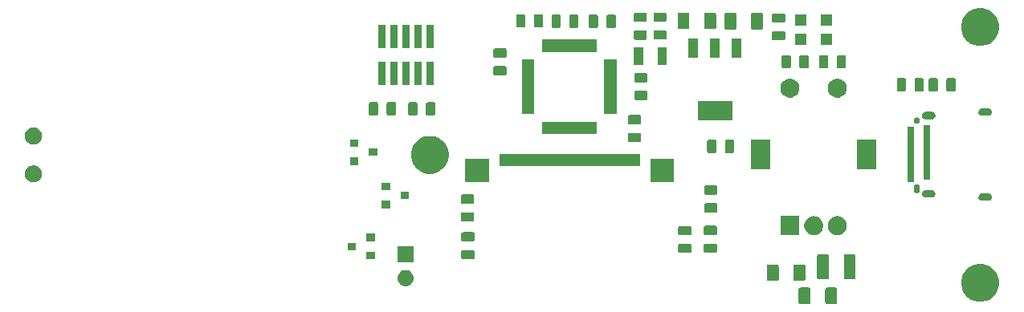
<source format=gbr>
G04 #@! TF.GenerationSoftware,KiCad,Pcbnew,5.0.2-bee76a0~70~ubuntu18.04.1*
G04 #@! TF.CreationDate,2019-06-24T09:04:58+02:00*
G04 #@! TF.ProjectId,RocketPCR,526f636b-6574-4504-9352-2e6b69636164,rev?*
G04 #@! TF.SameCoordinates,Original*
G04 #@! TF.FileFunction,Soldermask,Bot*
G04 #@! TF.FilePolarity,Negative*
%FSLAX46Y46*%
G04 Gerber Fmt 4.6, Leading zero omitted, Abs format (unit mm)*
G04 Created by KiCad (PCBNEW 5.0.2-bee76a0~70~ubuntu18.04.1) date Mo 24 Jun 2019 09:04:58 CEST*
%MOMM*%
%LPD*%
G01*
G04 APERTURE LIST*
%ADD10C,0.100000*%
G04 APERTURE END LIST*
D10*
G36*
X167783024Y-114002955D02*
X167815736Y-114012879D01*
X167845890Y-114028997D01*
X167872316Y-114050684D01*
X167894003Y-114077110D01*
X167910121Y-114107264D01*
X167920045Y-114139976D01*
X167924000Y-114180138D01*
X167924000Y-115567862D01*
X167920045Y-115608024D01*
X167910121Y-115640736D01*
X167894003Y-115670890D01*
X167872316Y-115697316D01*
X167845890Y-115719003D01*
X167815736Y-115735121D01*
X167783024Y-115745045D01*
X167742862Y-115749000D01*
X166855138Y-115749000D01*
X166814976Y-115745045D01*
X166782264Y-115735121D01*
X166752110Y-115719003D01*
X166725684Y-115697316D01*
X166703997Y-115670890D01*
X166687879Y-115640736D01*
X166677955Y-115608024D01*
X166674000Y-115567862D01*
X166674000Y-114180138D01*
X166677955Y-114139976D01*
X166687879Y-114107264D01*
X166703997Y-114077110D01*
X166725684Y-114050684D01*
X166752110Y-114028997D01*
X166782264Y-114012879D01*
X166814976Y-114002955D01*
X166855138Y-113999000D01*
X167742862Y-113999000D01*
X167783024Y-114002955D01*
X167783024Y-114002955D01*
G37*
G36*
X164983024Y-114002955D02*
X165015736Y-114012879D01*
X165045890Y-114028997D01*
X165072316Y-114050684D01*
X165094003Y-114077110D01*
X165110121Y-114107264D01*
X165120045Y-114139976D01*
X165124000Y-114180138D01*
X165124000Y-115567862D01*
X165120045Y-115608024D01*
X165110121Y-115640736D01*
X165094003Y-115670890D01*
X165072316Y-115697316D01*
X165045890Y-115719003D01*
X165015736Y-115735121D01*
X164983024Y-115745045D01*
X164942862Y-115749000D01*
X164055138Y-115749000D01*
X164014976Y-115745045D01*
X163982264Y-115735121D01*
X163952110Y-115719003D01*
X163925684Y-115697316D01*
X163903997Y-115670890D01*
X163887879Y-115640736D01*
X163877955Y-115608024D01*
X163874000Y-115567862D01*
X163874000Y-114180138D01*
X163877955Y-114139976D01*
X163887879Y-114107264D01*
X163903997Y-114077110D01*
X163925684Y-114050684D01*
X163952110Y-114028997D01*
X163982264Y-114012879D01*
X164014976Y-114002955D01*
X164055138Y-113999000D01*
X164942862Y-113999000D01*
X164983024Y-114002955D01*
X164983024Y-114002955D01*
G37*
G36*
X183583378Y-111576859D02*
X183947354Y-111727622D01*
X184274929Y-111946501D01*
X184553499Y-112225071D01*
X184772378Y-112552646D01*
X184923141Y-112916622D01*
X185000000Y-113303016D01*
X185000000Y-113696984D01*
X184923141Y-114083378D01*
X184772378Y-114447354D01*
X184553499Y-114774929D01*
X184274929Y-115053499D01*
X183947354Y-115272378D01*
X183583378Y-115423141D01*
X183196984Y-115500000D01*
X182803016Y-115500000D01*
X182416622Y-115423141D01*
X182052646Y-115272378D01*
X181725071Y-115053499D01*
X181446501Y-114774929D01*
X181227622Y-114447354D01*
X181076859Y-114083378D01*
X181000000Y-113696984D01*
X181000000Y-113303016D01*
X181076859Y-112916622D01*
X181227622Y-112552646D01*
X181446501Y-112225071D01*
X181725071Y-111946501D01*
X182052646Y-111727622D01*
X182416622Y-111576859D01*
X182803016Y-111500000D01*
X183196984Y-111500000D01*
X183583378Y-111576859D01*
X183583378Y-111576859D01*
G37*
G36*
X122601830Y-112172899D02*
X122762055Y-112221503D01*
X122909720Y-112300431D01*
X123039149Y-112406651D01*
X123145369Y-112536080D01*
X123224297Y-112683745D01*
X123272901Y-112843970D01*
X123289312Y-113010600D01*
X123272901Y-113177230D01*
X123224297Y-113337455D01*
X123145369Y-113485120D01*
X123039149Y-113614549D01*
X122909720Y-113720769D01*
X122762055Y-113799697D01*
X122601830Y-113848301D01*
X122476952Y-113860600D01*
X122393448Y-113860600D01*
X122268570Y-113848301D01*
X122108345Y-113799697D01*
X121960680Y-113720769D01*
X121831251Y-113614549D01*
X121725031Y-113485120D01*
X121646103Y-113337455D01*
X121597499Y-113177230D01*
X121581088Y-113010600D01*
X121597499Y-112843970D01*
X121646103Y-112683745D01*
X121725031Y-112536080D01*
X121831251Y-112406651D01*
X121960680Y-112300431D01*
X122108345Y-112221503D01*
X122268570Y-112172899D01*
X122393448Y-112160600D01*
X122476952Y-112160600D01*
X122601830Y-112172899D01*
X122601830Y-112172899D01*
G37*
G36*
X164425824Y-111555355D02*
X164458536Y-111565279D01*
X164488690Y-111581397D01*
X164515116Y-111603084D01*
X164536803Y-111629510D01*
X164552921Y-111659664D01*
X164562845Y-111692376D01*
X164566800Y-111732538D01*
X164566800Y-113120262D01*
X164562845Y-113160424D01*
X164552921Y-113193136D01*
X164536803Y-113223290D01*
X164515116Y-113249716D01*
X164488690Y-113271403D01*
X164458536Y-113287521D01*
X164425824Y-113297445D01*
X164385662Y-113301400D01*
X163497938Y-113301400D01*
X163457776Y-113297445D01*
X163425064Y-113287521D01*
X163394910Y-113271403D01*
X163368484Y-113249716D01*
X163346797Y-113223290D01*
X163330679Y-113193136D01*
X163320755Y-113160424D01*
X163316800Y-113120262D01*
X163316800Y-111732538D01*
X163320755Y-111692376D01*
X163330679Y-111659664D01*
X163346797Y-111629510D01*
X163368484Y-111603084D01*
X163394910Y-111581397D01*
X163425064Y-111565279D01*
X163457776Y-111555355D01*
X163497938Y-111551400D01*
X164385662Y-111551400D01*
X164425824Y-111555355D01*
X164425824Y-111555355D01*
G37*
G36*
X161625824Y-111555355D02*
X161658536Y-111565279D01*
X161688690Y-111581397D01*
X161715116Y-111603084D01*
X161736803Y-111629510D01*
X161752921Y-111659664D01*
X161762845Y-111692376D01*
X161766800Y-111732538D01*
X161766800Y-113120262D01*
X161762845Y-113160424D01*
X161752921Y-113193136D01*
X161736803Y-113223290D01*
X161715116Y-113249716D01*
X161688690Y-113271403D01*
X161658536Y-113287521D01*
X161625824Y-113297445D01*
X161585662Y-113301400D01*
X160697938Y-113301400D01*
X160657776Y-113297445D01*
X160625064Y-113287521D01*
X160594910Y-113271403D01*
X160568484Y-113249716D01*
X160546797Y-113223290D01*
X160530679Y-113193136D01*
X160520755Y-113160424D01*
X160516800Y-113120262D01*
X160516800Y-111732538D01*
X160520755Y-111692376D01*
X160530679Y-111659664D01*
X160546797Y-111629510D01*
X160568484Y-111603084D01*
X160594910Y-111581397D01*
X160625064Y-111565279D01*
X160657776Y-111555355D01*
X160697938Y-111551400D01*
X161585662Y-111551400D01*
X161625824Y-111555355D01*
X161625824Y-111555355D01*
G37*
G36*
X169731024Y-110490955D02*
X169763736Y-110500879D01*
X169793890Y-110516997D01*
X169820316Y-110538684D01*
X169842003Y-110565110D01*
X169858121Y-110595264D01*
X169868045Y-110627976D01*
X169872000Y-110668138D01*
X169872000Y-112955862D01*
X169868045Y-112996024D01*
X169858121Y-113028736D01*
X169842003Y-113058890D01*
X169820316Y-113085316D01*
X169793890Y-113107003D01*
X169763736Y-113123121D01*
X169731024Y-113133045D01*
X169690862Y-113137000D01*
X168803138Y-113137000D01*
X168762976Y-113133045D01*
X168730264Y-113123121D01*
X168700110Y-113107003D01*
X168673684Y-113085316D01*
X168651997Y-113058890D01*
X168635879Y-113028736D01*
X168625955Y-112996024D01*
X168622000Y-112955862D01*
X168622000Y-110668138D01*
X168625955Y-110627976D01*
X168635879Y-110595264D01*
X168651997Y-110565110D01*
X168673684Y-110538684D01*
X168700110Y-110516997D01*
X168730264Y-110500879D01*
X168762976Y-110490955D01*
X168803138Y-110487000D01*
X169690862Y-110487000D01*
X169731024Y-110490955D01*
X169731024Y-110490955D01*
G37*
G36*
X166931024Y-110490955D02*
X166963736Y-110500879D01*
X166993890Y-110516997D01*
X167020316Y-110538684D01*
X167042003Y-110565110D01*
X167058121Y-110595264D01*
X167068045Y-110627976D01*
X167072000Y-110668138D01*
X167072000Y-112955862D01*
X167068045Y-112996024D01*
X167058121Y-113028736D01*
X167042003Y-113058890D01*
X167020316Y-113085316D01*
X166993890Y-113107003D01*
X166963736Y-113123121D01*
X166931024Y-113133045D01*
X166890862Y-113137000D01*
X166003138Y-113137000D01*
X165962976Y-113133045D01*
X165930264Y-113123121D01*
X165900110Y-113107003D01*
X165873684Y-113085316D01*
X165851997Y-113058890D01*
X165835879Y-113028736D01*
X165825955Y-112996024D01*
X165822000Y-112955862D01*
X165822000Y-110668138D01*
X165825955Y-110627976D01*
X165835879Y-110595264D01*
X165851997Y-110565110D01*
X165873684Y-110538684D01*
X165900110Y-110516997D01*
X165930264Y-110500879D01*
X165962976Y-110490955D01*
X166003138Y-110487000D01*
X166890862Y-110487000D01*
X166931024Y-110490955D01*
X166931024Y-110490955D01*
G37*
G36*
X123285200Y-111320600D02*
X121585200Y-111320600D01*
X121585200Y-109620600D01*
X123285200Y-109620600D01*
X123285200Y-111320600D01*
X123285200Y-111320600D01*
G37*
G36*
X119227600Y-111023000D02*
X118327600Y-111023000D01*
X118327600Y-110223000D01*
X119227600Y-110223000D01*
X119227600Y-111023000D01*
X119227600Y-111023000D01*
G37*
G36*
X129567792Y-110035676D02*
X129601683Y-110045957D01*
X129632911Y-110062648D01*
X129660285Y-110085115D01*
X129682752Y-110112489D01*
X129699443Y-110143717D01*
X129709724Y-110177608D01*
X129713800Y-110218991D01*
X129713800Y-110819209D01*
X129709724Y-110860592D01*
X129699443Y-110894483D01*
X129682752Y-110925711D01*
X129660285Y-110953085D01*
X129632911Y-110975552D01*
X129601683Y-110992243D01*
X129567792Y-111002524D01*
X129526409Y-111006600D01*
X128501191Y-111006600D01*
X128459808Y-111002524D01*
X128425917Y-110992243D01*
X128394689Y-110975552D01*
X128367315Y-110953085D01*
X128344848Y-110925711D01*
X128328157Y-110894483D01*
X128317876Y-110860592D01*
X128313800Y-110819209D01*
X128313800Y-110218991D01*
X128317876Y-110177608D01*
X128328157Y-110143717D01*
X128344848Y-110112489D01*
X128367315Y-110085115D01*
X128394689Y-110062648D01*
X128425917Y-110045957D01*
X128459808Y-110035676D01*
X128501191Y-110031600D01*
X129526409Y-110031600D01*
X129567792Y-110035676D01*
X129567792Y-110035676D01*
G37*
G36*
X152427792Y-109384676D02*
X152461683Y-109394957D01*
X152492911Y-109411648D01*
X152520285Y-109434115D01*
X152542752Y-109461489D01*
X152559443Y-109492717D01*
X152569724Y-109526608D01*
X152573800Y-109567991D01*
X152573800Y-110168209D01*
X152569724Y-110209592D01*
X152559443Y-110243483D01*
X152542752Y-110274711D01*
X152520285Y-110302085D01*
X152492911Y-110324552D01*
X152461683Y-110341243D01*
X152427792Y-110351524D01*
X152386409Y-110355600D01*
X151361191Y-110355600D01*
X151319808Y-110351524D01*
X151285917Y-110341243D01*
X151254689Y-110324552D01*
X151227315Y-110302085D01*
X151204848Y-110274711D01*
X151188157Y-110243483D01*
X151177876Y-110209592D01*
X151173800Y-110168209D01*
X151173800Y-109567991D01*
X151177876Y-109526608D01*
X151188157Y-109492717D01*
X151204848Y-109461489D01*
X151227315Y-109434115D01*
X151254689Y-109411648D01*
X151285917Y-109394957D01*
X151319808Y-109384676D01*
X151361191Y-109380600D01*
X152386409Y-109380600D01*
X152427792Y-109384676D01*
X152427792Y-109384676D01*
G37*
G36*
X155120192Y-109359276D02*
X155154083Y-109369557D01*
X155185311Y-109386248D01*
X155212685Y-109408715D01*
X155235152Y-109436089D01*
X155251843Y-109467317D01*
X155262124Y-109501208D01*
X155266200Y-109542591D01*
X155266200Y-110142809D01*
X155262124Y-110184192D01*
X155251843Y-110218083D01*
X155235152Y-110249311D01*
X155212685Y-110276685D01*
X155185311Y-110299152D01*
X155154083Y-110315843D01*
X155120192Y-110326124D01*
X155078809Y-110330200D01*
X154053591Y-110330200D01*
X154012208Y-110326124D01*
X153978317Y-110315843D01*
X153947089Y-110299152D01*
X153919715Y-110276685D01*
X153897248Y-110249311D01*
X153880557Y-110218083D01*
X153870276Y-110184192D01*
X153866200Y-110142809D01*
X153866200Y-109542591D01*
X153870276Y-109501208D01*
X153880557Y-109467317D01*
X153897248Y-109436089D01*
X153919715Y-109408715D01*
X153947089Y-109386248D01*
X153978317Y-109369557D01*
X154012208Y-109359276D01*
X154053591Y-109355200D01*
X155078809Y-109355200D01*
X155120192Y-109359276D01*
X155120192Y-109359276D01*
G37*
G36*
X117227600Y-110073000D02*
X116327600Y-110073000D01*
X116327600Y-109273000D01*
X117227600Y-109273000D01*
X117227600Y-110073000D01*
X117227600Y-110073000D01*
G37*
G36*
X129567792Y-108160676D02*
X129601683Y-108170957D01*
X129632911Y-108187648D01*
X129660285Y-108210115D01*
X129682752Y-108237489D01*
X129699443Y-108268717D01*
X129709724Y-108302608D01*
X129713800Y-108343991D01*
X129713800Y-108944209D01*
X129709724Y-108985592D01*
X129699443Y-109019483D01*
X129682752Y-109050711D01*
X129660285Y-109078085D01*
X129632911Y-109100552D01*
X129601683Y-109117243D01*
X129567792Y-109127524D01*
X129526409Y-109131600D01*
X128501191Y-109131600D01*
X128459808Y-109127524D01*
X128425917Y-109117243D01*
X128394689Y-109100552D01*
X128367315Y-109078085D01*
X128344848Y-109050711D01*
X128328157Y-109019483D01*
X128317876Y-108985592D01*
X128313800Y-108944209D01*
X128313800Y-108343991D01*
X128317876Y-108302608D01*
X128328157Y-108268717D01*
X128344848Y-108237489D01*
X128367315Y-108210115D01*
X128394689Y-108187648D01*
X128425917Y-108170957D01*
X128459808Y-108160676D01*
X128501191Y-108156600D01*
X129526409Y-108156600D01*
X129567792Y-108160676D01*
X129567792Y-108160676D01*
G37*
G36*
X119227600Y-109123000D02*
X118327600Y-109123000D01*
X118327600Y-108323000D01*
X119227600Y-108323000D01*
X119227600Y-109123000D01*
X119227600Y-109123000D01*
G37*
G36*
X152427792Y-107509676D02*
X152461683Y-107519957D01*
X152492911Y-107536648D01*
X152520285Y-107559115D01*
X152542752Y-107586489D01*
X152559443Y-107617717D01*
X152569724Y-107651608D01*
X152573800Y-107692991D01*
X152573800Y-108293209D01*
X152569724Y-108334592D01*
X152559443Y-108368483D01*
X152542752Y-108399711D01*
X152520285Y-108427085D01*
X152492911Y-108449552D01*
X152461683Y-108466243D01*
X152427792Y-108476524D01*
X152386409Y-108480600D01*
X151361191Y-108480600D01*
X151319808Y-108476524D01*
X151285917Y-108466243D01*
X151254689Y-108449552D01*
X151227315Y-108427085D01*
X151204848Y-108399711D01*
X151188157Y-108368483D01*
X151177876Y-108334592D01*
X151173800Y-108293209D01*
X151173800Y-107692991D01*
X151177876Y-107651608D01*
X151188157Y-107617717D01*
X151204848Y-107586489D01*
X151227315Y-107559115D01*
X151254689Y-107536648D01*
X151285917Y-107519957D01*
X151319808Y-107509676D01*
X151361191Y-107505600D01*
X152386409Y-107505600D01*
X152427792Y-107509676D01*
X152427792Y-107509676D01*
G37*
G36*
X155120192Y-107484276D02*
X155154083Y-107494557D01*
X155185311Y-107511248D01*
X155212685Y-107533715D01*
X155235152Y-107561089D01*
X155251843Y-107592317D01*
X155262124Y-107626208D01*
X155266200Y-107667591D01*
X155266200Y-108267809D01*
X155262124Y-108309192D01*
X155251843Y-108343083D01*
X155235152Y-108374311D01*
X155212685Y-108401685D01*
X155185311Y-108424152D01*
X155154083Y-108440843D01*
X155120192Y-108451124D01*
X155078809Y-108455200D01*
X154053591Y-108455200D01*
X154012208Y-108451124D01*
X153978317Y-108440843D01*
X153947089Y-108424152D01*
X153919715Y-108401685D01*
X153897248Y-108374311D01*
X153880557Y-108343083D01*
X153870276Y-108309192D01*
X153866200Y-108267809D01*
X153866200Y-107667591D01*
X153870276Y-107626208D01*
X153880557Y-107592317D01*
X153897248Y-107561089D01*
X153919715Y-107533715D01*
X153947089Y-107511248D01*
X153978317Y-107494557D01*
X154012208Y-107484276D01*
X154053591Y-107480200D01*
X155078809Y-107480200D01*
X155120192Y-107484276D01*
X155120192Y-107484276D01*
G37*
G36*
X163957000Y-108455000D02*
X161957000Y-108455000D01*
X161957000Y-106455000D01*
X163957000Y-106455000D01*
X163957000Y-108455000D01*
X163957000Y-108455000D01*
G37*
G36*
X165632770Y-106470372D02*
X165748689Y-106493429D01*
X165930678Y-106568811D01*
X166094463Y-106678249D01*
X166233751Y-106817537D01*
X166343189Y-106981322D01*
X166418571Y-107163311D01*
X166441628Y-107279230D01*
X166457000Y-107356507D01*
X166457000Y-107553493D01*
X166449277Y-107592317D01*
X166418571Y-107746689D01*
X166343189Y-107928678D01*
X166233751Y-108092463D01*
X166094463Y-108231751D01*
X165930678Y-108341189D01*
X165748689Y-108416571D01*
X165647764Y-108436646D01*
X165555493Y-108455000D01*
X165358507Y-108455000D01*
X165266236Y-108436646D01*
X165165311Y-108416571D01*
X164983322Y-108341189D01*
X164819537Y-108231751D01*
X164680249Y-108092463D01*
X164570811Y-107928678D01*
X164495429Y-107746689D01*
X164464723Y-107592317D01*
X164457000Y-107553493D01*
X164457000Y-107356507D01*
X164472372Y-107279230D01*
X164495429Y-107163311D01*
X164570811Y-106981322D01*
X164680249Y-106817537D01*
X164819537Y-106678249D01*
X164983322Y-106568811D01*
X165165311Y-106493429D01*
X165281230Y-106470372D01*
X165358507Y-106455000D01*
X165555493Y-106455000D01*
X165632770Y-106470372D01*
X165632770Y-106470372D01*
G37*
G36*
X168132770Y-106470372D02*
X168248689Y-106493429D01*
X168430678Y-106568811D01*
X168594463Y-106678249D01*
X168733751Y-106817537D01*
X168843189Y-106981322D01*
X168918571Y-107163311D01*
X168941628Y-107279230D01*
X168957000Y-107356507D01*
X168957000Y-107553493D01*
X168949277Y-107592317D01*
X168918571Y-107746689D01*
X168843189Y-107928678D01*
X168733751Y-108092463D01*
X168594463Y-108231751D01*
X168430678Y-108341189D01*
X168248689Y-108416571D01*
X168147764Y-108436646D01*
X168055493Y-108455000D01*
X167858507Y-108455000D01*
X167766236Y-108436646D01*
X167665311Y-108416571D01*
X167483322Y-108341189D01*
X167319537Y-108231751D01*
X167180249Y-108092463D01*
X167070811Y-107928678D01*
X166995429Y-107746689D01*
X166964723Y-107592317D01*
X166957000Y-107553493D01*
X166957000Y-107356507D01*
X166972372Y-107279230D01*
X166995429Y-107163311D01*
X167070811Y-106981322D01*
X167180249Y-106817537D01*
X167319537Y-106678249D01*
X167483322Y-106568811D01*
X167665311Y-106493429D01*
X167781230Y-106470372D01*
X167858507Y-106455000D01*
X168055493Y-106455000D01*
X168132770Y-106470372D01*
X168132770Y-106470372D01*
G37*
G36*
X129516992Y-106047876D02*
X129550883Y-106058157D01*
X129582111Y-106074848D01*
X129609485Y-106097315D01*
X129631952Y-106124689D01*
X129648643Y-106155917D01*
X129658924Y-106189808D01*
X129663000Y-106231191D01*
X129663000Y-106831409D01*
X129658924Y-106872792D01*
X129648643Y-106906683D01*
X129631952Y-106937911D01*
X129609485Y-106965285D01*
X129582111Y-106987752D01*
X129550883Y-107004443D01*
X129516992Y-107014724D01*
X129475609Y-107018800D01*
X128450391Y-107018800D01*
X128409008Y-107014724D01*
X128375117Y-107004443D01*
X128343889Y-106987752D01*
X128316515Y-106965285D01*
X128294048Y-106937911D01*
X128277357Y-106906683D01*
X128267076Y-106872792D01*
X128263000Y-106831409D01*
X128263000Y-106231191D01*
X128267076Y-106189808D01*
X128277357Y-106155917D01*
X128294048Y-106124689D01*
X128316515Y-106097315D01*
X128343889Y-106074848D01*
X128375117Y-106058157D01*
X128409008Y-106047876D01*
X128450391Y-106043800D01*
X129475609Y-106043800D01*
X129516992Y-106047876D01*
X129516992Y-106047876D01*
G37*
G36*
X155170992Y-105108076D02*
X155204883Y-105118357D01*
X155236111Y-105135048D01*
X155263485Y-105157515D01*
X155285952Y-105184889D01*
X155302643Y-105216117D01*
X155312924Y-105250008D01*
X155317000Y-105291391D01*
X155317000Y-105891609D01*
X155312924Y-105932992D01*
X155302643Y-105966883D01*
X155285952Y-105998111D01*
X155263485Y-106025485D01*
X155236111Y-106047952D01*
X155204883Y-106064643D01*
X155170992Y-106074924D01*
X155129609Y-106079000D01*
X154104391Y-106079000D01*
X154063008Y-106074924D01*
X154029117Y-106064643D01*
X153997889Y-106047952D01*
X153970515Y-106025485D01*
X153948048Y-105998111D01*
X153931357Y-105966883D01*
X153921076Y-105932992D01*
X153917000Y-105891609D01*
X153917000Y-105291391D01*
X153921076Y-105250008D01*
X153931357Y-105216117D01*
X153948048Y-105184889D01*
X153970515Y-105157515D01*
X153997889Y-105135048D01*
X154029117Y-105118357D01*
X154063008Y-105108076D01*
X154104391Y-105104000D01*
X155129609Y-105104000D01*
X155170992Y-105108076D01*
X155170992Y-105108076D01*
G37*
G36*
X120793000Y-105623000D02*
X119893000Y-105623000D01*
X119893000Y-104823000D01*
X120793000Y-104823000D01*
X120793000Y-105623000D01*
X120793000Y-105623000D01*
G37*
G36*
X129516992Y-104172876D02*
X129550883Y-104183157D01*
X129582111Y-104199848D01*
X129609485Y-104222315D01*
X129631952Y-104249689D01*
X129648643Y-104280917D01*
X129658924Y-104314808D01*
X129663000Y-104356191D01*
X129663000Y-104956409D01*
X129658924Y-104997792D01*
X129648643Y-105031683D01*
X129631952Y-105062911D01*
X129609485Y-105090285D01*
X129582111Y-105112752D01*
X129550883Y-105129443D01*
X129516992Y-105139724D01*
X129475609Y-105143800D01*
X128450391Y-105143800D01*
X128409008Y-105139724D01*
X128375117Y-105129443D01*
X128343889Y-105112752D01*
X128316515Y-105090285D01*
X128294048Y-105062911D01*
X128277357Y-105031683D01*
X128267076Y-104997792D01*
X128263000Y-104956409D01*
X128263000Y-104356191D01*
X128267076Y-104314808D01*
X128277357Y-104280917D01*
X128294048Y-104249689D01*
X128316515Y-104222315D01*
X128343889Y-104199848D01*
X128375117Y-104183157D01*
X128409008Y-104172876D01*
X128450391Y-104168800D01*
X129475609Y-104168800D01*
X129516992Y-104172876D01*
X129516992Y-104172876D01*
G37*
G36*
X183915414Y-104060788D02*
X183990814Y-104083660D01*
X184060303Y-104120803D01*
X184121211Y-104170789D01*
X184171197Y-104231697D01*
X184208340Y-104301186D01*
X184231212Y-104376586D01*
X184238935Y-104455000D01*
X184231212Y-104533414D01*
X184208340Y-104608814D01*
X184171197Y-104678303D01*
X184121211Y-104739211D01*
X184060303Y-104789197D01*
X183990814Y-104826340D01*
X183915414Y-104849212D01*
X183856647Y-104855000D01*
X183217353Y-104855000D01*
X183158586Y-104849212D01*
X183083186Y-104826340D01*
X183013697Y-104789197D01*
X182952789Y-104739211D01*
X182902803Y-104678303D01*
X182865660Y-104608814D01*
X182842788Y-104533414D01*
X182835065Y-104455000D01*
X182842788Y-104376586D01*
X182865660Y-104301186D01*
X182902803Y-104231697D01*
X182952789Y-104170789D01*
X183013697Y-104120803D01*
X183083186Y-104083660D01*
X183158586Y-104060788D01*
X183217353Y-104055000D01*
X183856647Y-104055000D01*
X183915414Y-104060788D01*
X183915414Y-104060788D01*
G37*
G36*
X122793000Y-104673000D02*
X121893000Y-104673000D01*
X121893000Y-103873000D01*
X122793000Y-103873000D01*
X122793000Y-104673000D01*
X122793000Y-104673000D01*
G37*
G36*
X177965414Y-103700788D02*
X178040814Y-103723660D01*
X178110303Y-103760803D01*
X178171211Y-103810789D01*
X178221197Y-103871697D01*
X178258340Y-103941186D01*
X178281212Y-104016586D01*
X178288935Y-104095000D01*
X178281212Y-104173414D01*
X178258340Y-104248814D01*
X178221197Y-104318303D01*
X178171211Y-104379211D01*
X178110303Y-104429197D01*
X178040814Y-104466340D01*
X177965414Y-104489212D01*
X177906647Y-104495000D01*
X177267353Y-104495000D01*
X177208586Y-104489212D01*
X177133186Y-104466340D01*
X177063697Y-104429197D01*
X177002789Y-104379211D01*
X176952803Y-104318303D01*
X176915660Y-104248814D01*
X176892788Y-104173414D01*
X176885065Y-104095000D01*
X176892788Y-104016586D01*
X176915660Y-103941186D01*
X176952803Y-103871697D01*
X177002789Y-103810789D01*
X177063697Y-103760803D01*
X177133186Y-103723660D01*
X177208586Y-103700788D01*
X177267353Y-103695000D01*
X177906647Y-103695000D01*
X177965414Y-103700788D01*
X177965414Y-103700788D01*
G37*
G36*
X155170992Y-103233076D02*
X155204883Y-103243357D01*
X155236111Y-103260048D01*
X155263485Y-103282515D01*
X155285952Y-103309889D01*
X155302643Y-103341117D01*
X155312924Y-103375008D01*
X155317000Y-103416391D01*
X155317000Y-104016609D01*
X155312924Y-104057992D01*
X155302643Y-104091883D01*
X155285952Y-104123111D01*
X155263485Y-104150485D01*
X155236111Y-104172952D01*
X155204883Y-104189643D01*
X155170992Y-104199924D01*
X155129609Y-104204000D01*
X154104391Y-104204000D01*
X154063008Y-104199924D01*
X154029117Y-104189643D01*
X153997889Y-104172952D01*
X153970515Y-104150485D01*
X153948048Y-104123111D01*
X153931357Y-104091883D01*
X153921076Y-104057992D01*
X153917000Y-104016609D01*
X153917000Y-103416391D01*
X153921076Y-103375008D01*
X153931357Y-103341117D01*
X153948048Y-103309889D01*
X153970515Y-103282515D01*
X153997889Y-103260048D01*
X154029117Y-103243357D01*
X154063008Y-103233076D01*
X154104391Y-103229000D01*
X155129609Y-103229000D01*
X155170992Y-103233076D01*
X155170992Y-103233076D01*
G37*
G36*
X176400712Y-103094702D02*
X176461972Y-103113285D01*
X176499614Y-103133406D01*
X176518434Y-103143465D01*
X176567921Y-103184079D01*
X176608535Y-103233566D01*
X176618594Y-103252386D01*
X176638715Y-103290028D01*
X176657298Y-103351288D01*
X176662000Y-103399035D01*
X176662000Y-103730965D01*
X176657298Y-103778712D01*
X176638715Y-103839972D01*
X176621758Y-103871695D01*
X176608536Y-103896433D01*
X176608534Y-103896435D01*
X176567924Y-103945918D01*
X176567922Y-103945919D01*
X176567921Y-103945921D01*
X176518433Y-103986535D01*
X176488253Y-104002666D01*
X176461971Y-104016715D01*
X176400711Y-104035298D01*
X176337000Y-104041572D01*
X176273288Y-104035298D01*
X176212028Y-104016715D01*
X176174386Y-103996594D01*
X176155566Y-103986535D01*
X176123538Y-103960250D01*
X176106082Y-103945924D01*
X176106081Y-103945922D01*
X176106079Y-103945921D01*
X176065465Y-103896433D01*
X176049334Y-103866253D01*
X176035285Y-103839971D01*
X176016702Y-103778711D01*
X176012000Y-103730964D01*
X176012000Y-103399035D01*
X176016702Y-103351288D01*
X176035286Y-103290027D01*
X176065403Y-103233684D01*
X176065466Y-103233566D01*
X176106080Y-103184079D01*
X176155567Y-103143465D01*
X176174387Y-103133406D01*
X176212029Y-103113285D01*
X176273289Y-103094702D01*
X176337000Y-103088428D01*
X176400712Y-103094702D01*
X176400712Y-103094702D01*
G37*
G36*
X120793000Y-103723000D02*
X119893000Y-103723000D01*
X119893000Y-102923000D01*
X120793000Y-102923000D01*
X120793000Y-103723000D01*
X120793000Y-103723000D01*
G37*
G36*
X83462521Y-101134586D02*
X83626309Y-101202429D01*
X83773720Y-101300926D01*
X83899074Y-101426280D01*
X83997571Y-101573691D01*
X84065414Y-101737479D01*
X84100000Y-101911356D01*
X84100000Y-102088644D01*
X84065414Y-102262521D01*
X83997571Y-102426309D01*
X83899074Y-102573720D01*
X83773720Y-102699074D01*
X83626309Y-102797571D01*
X83462521Y-102865414D01*
X83288644Y-102900000D01*
X83111356Y-102900000D01*
X82937479Y-102865414D01*
X82773691Y-102797571D01*
X82626280Y-102699074D01*
X82500926Y-102573720D01*
X82402429Y-102426309D01*
X82334586Y-102262521D01*
X82300000Y-102088644D01*
X82300000Y-101911356D01*
X82334586Y-101737479D01*
X82402429Y-101573691D01*
X82500926Y-101426280D01*
X82626280Y-101300926D01*
X82773691Y-101202429D01*
X82937479Y-101134586D01*
X83111356Y-101100000D01*
X83288644Y-101100000D01*
X83462521Y-101134586D01*
X83462521Y-101134586D01*
G37*
G36*
X150737000Y-102880000D02*
X148237000Y-102880000D01*
X148237000Y-100380000D01*
X150737000Y-100380000D01*
X150737000Y-102880000D01*
X150737000Y-102880000D01*
G37*
G36*
X131237000Y-102880000D02*
X128737000Y-102880000D01*
X128737000Y-100380000D01*
X131237000Y-100380000D01*
X131237000Y-102880000D01*
X131237000Y-102880000D01*
G37*
G36*
X176027000Y-102865000D02*
X175327000Y-102865000D01*
X175327000Y-97065000D01*
X176027000Y-97065000D01*
X176027000Y-102865000D01*
X176027000Y-102865000D01*
G37*
G36*
X177727000Y-102615000D02*
X177027000Y-102615000D01*
X177027000Y-96815000D01*
X177727000Y-96815000D01*
X177727000Y-102615000D01*
X177727000Y-102615000D01*
G37*
G36*
X125583378Y-98076859D02*
X125947354Y-98227622D01*
X126274929Y-98446501D01*
X126553499Y-98725071D01*
X126772378Y-99052646D01*
X126923141Y-99416622D01*
X127000000Y-99803016D01*
X127000000Y-100196984D01*
X126923141Y-100583378D01*
X126772378Y-100947354D01*
X126553499Y-101274929D01*
X126274929Y-101553499D01*
X125947354Y-101772378D01*
X125583378Y-101923141D01*
X125196984Y-102000000D01*
X124803016Y-102000000D01*
X124416622Y-101923141D01*
X124052646Y-101772378D01*
X123725071Y-101553499D01*
X123446501Y-101274929D01*
X123227622Y-100947354D01*
X123076859Y-100583378D01*
X123000000Y-100196984D01*
X123000000Y-99803016D01*
X123076859Y-99416622D01*
X123227622Y-99052646D01*
X123446501Y-98725071D01*
X123725071Y-98446501D01*
X124052646Y-98227622D01*
X124416622Y-98076859D01*
X124803016Y-98000000D01*
X125196984Y-98000000D01*
X125583378Y-98076859D01*
X125583378Y-98076859D01*
G37*
G36*
X160857000Y-101555000D02*
X158857000Y-101555000D01*
X158857000Y-98355000D01*
X160857000Y-98355000D01*
X160857000Y-101555000D01*
X160857000Y-101555000D01*
G37*
G36*
X172057000Y-101555000D02*
X170057000Y-101555000D01*
X170057000Y-98355000D01*
X172057000Y-98355000D01*
X172057000Y-101555000D01*
X172057000Y-101555000D01*
G37*
G36*
X147137000Y-101155000D02*
X132337000Y-101155000D01*
X132337000Y-99905000D01*
X147137000Y-99905000D01*
X147137000Y-101155000D01*
X147137000Y-101155000D01*
G37*
G36*
X117465600Y-101051000D02*
X116565600Y-101051000D01*
X116565600Y-100251000D01*
X117465600Y-100251000D01*
X117465600Y-101051000D01*
X117465600Y-101051000D01*
G37*
G36*
X119465600Y-100101000D02*
X118565600Y-100101000D01*
X118565600Y-99301000D01*
X119465600Y-99301000D01*
X119465600Y-100101000D01*
X119465600Y-100101000D01*
G37*
G36*
X155046992Y-98402076D02*
X155080883Y-98412357D01*
X155112111Y-98429048D01*
X155139485Y-98451515D01*
X155161952Y-98478889D01*
X155178643Y-98510117D01*
X155188924Y-98544008D01*
X155193000Y-98585391D01*
X155193000Y-99610609D01*
X155188924Y-99651992D01*
X155178643Y-99685883D01*
X155161952Y-99717111D01*
X155139485Y-99744485D01*
X155112111Y-99766952D01*
X155080883Y-99783643D01*
X155046992Y-99793924D01*
X155005609Y-99798000D01*
X154405391Y-99798000D01*
X154364008Y-99793924D01*
X154330117Y-99783643D01*
X154298889Y-99766952D01*
X154271515Y-99744485D01*
X154249048Y-99717111D01*
X154232357Y-99685883D01*
X154222076Y-99651992D01*
X154218000Y-99610609D01*
X154218000Y-98585391D01*
X154222076Y-98544008D01*
X154232357Y-98510117D01*
X154249048Y-98478889D01*
X154271515Y-98451515D01*
X154298889Y-98429048D01*
X154330117Y-98412357D01*
X154364008Y-98402076D01*
X154405391Y-98398000D01*
X155005609Y-98398000D01*
X155046992Y-98402076D01*
X155046992Y-98402076D01*
G37*
G36*
X156921992Y-98402076D02*
X156955883Y-98412357D01*
X156987111Y-98429048D01*
X157014485Y-98451515D01*
X157036952Y-98478889D01*
X157053643Y-98510117D01*
X157063924Y-98544008D01*
X157068000Y-98585391D01*
X157068000Y-99610609D01*
X157063924Y-99651992D01*
X157053643Y-99685883D01*
X157036952Y-99717111D01*
X157014485Y-99744485D01*
X156987111Y-99766952D01*
X156955883Y-99783643D01*
X156921992Y-99793924D01*
X156880609Y-99798000D01*
X156280391Y-99798000D01*
X156239008Y-99793924D01*
X156205117Y-99783643D01*
X156173889Y-99766952D01*
X156146515Y-99744485D01*
X156124048Y-99717111D01*
X156107357Y-99685883D01*
X156097076Y-99651992D01*
X156093000Y-99610609D01*
X156093000Y-98585391D01*
X156097076Y-98544008D01*
X156107357Y-98510117D01*
X156124048Y-98478889D01*
X156146515Y-98451515D01*
X156173889Y-98429048D01*
X156205117Y-98412357D01*
X156239008Y-98402076D01*
X156280391Y-98398000D01*
X156880609Y-98398000D01*
X156921992Y-98402076D01*
X156921992Y-98402076D01*
G37*
G36*
X117465600Y-99151000D02*
X116565600Y-99151000D01*
X116565600Y-98351000D01*
X117465600Y-98351000D01*
X117465600Y-99151000D01*
X117465600Y-99151000D01*
G37*
G36*
X83462521Y-97134586D02*
X83626309Y-97202429D01*
X83773720Y-97300926D01*
X83899074Y-97426280D01*
X83997571Y-97573691D01*
X84065414Y-97737479D01*
X84100000Y-97911356D01*
X84100000Y-98088644D01*
X84065414Y-98262521D01*
X83997571Y-98426309D01*
X83899074Y-98573720D01*
X83773720Y-98699074D01*
X83626309Y-98797571D01*
X83462521Y-98865414D01*
X83288644Y-98900000D01*
X83111356Y-98900000D01*
X82937479Y-98865414D01*
X82773691Y-98797571D01*
X82626280Y-98699074D01*
X82500926Y-98573720D01*
X82402429Y-98426309D01*
X82334586Y-98262521D01*
X82300000Y-98088644D01*
X82300000Y-97911356D01*
X82334586Y-97737479D01*
X82402429Y-97573691D01*
X82500926Y-97426280D01*
X82626280Y-97300926D01*
X82773691Y-97202429D01*
X82937479Y-97134586D01*
X83111356Y-97100000D01*
X83288644Y-97100000D01*
X83462521Y-97134586D01*
X83462521Y-97134586D01*
G37*
G36*
X147130992Y-97669076D02*
X147164883Y-97679357D01*
X147196111Y-97696048D01*
X147223485Y-97718515D01*
X147245952Y-97745889D01*
X147262643Y-97777117D01*
X147272924Y-97811008D01*
X147277000Y-97852391D01*
X147277000Y-98452609D01*
X147272924Y-98493992D01*
X147262643Y-98527883D01*
X147245952Y-98559111D01*
X147223485Y-98586485D01*
X147196111Y-98608952D01*
X147164883Y-98625643D01*
X147130992Y-98635924D01*
X147089609Y-98640000D01*
X146064391Y-98640000D01*
X146023008Y-98635924D01*
X145989117Y-98625643D01*
X145957889Y-98608952D01*
X145930515Y-98586485D01*
X145908048Y-98559111D01*
X145891357Y-98527883D01*
X145881076Y-98493992D01*
X145877000Y-98452609D01*
X145877000Y-97852391D01*
X145881076Y-97811008D01*
X145891357Y-97777117D01*
X145908048Y-97745889D01*
X145930515Y-97718515D01*
X145957889Y-97696048D01*
X145989117Y-97679357D01*
X146023008Y-97669076D01*
X146064391Y-97665000D01*
X147089609Y-97665000D01*
X147130992Y-97669076D01*
X147130992Y-97669076D01*
G37*
G36*
X142552000Y-97811000D02*
X136802000Y-97811000D01*
X136802000Y-96511000D01*
X142552000Y-96511000D01*
X142552000Y-97811000D01*
X142552000Y-97811000D01*
G37*
G36*
X147130992Y-95794076D02*
X147164883Y-95804357D01*
X147196111Y-95821048D01*
X147223485Y-95843515D01*
X147245952Y-95870889D01*
X147262643Y-95902117D01*
X147272924Y-95936008D01*
X147277000Y-95977391D01*
X147277000Y-96577609D01*
X147272924Y-96618992D01*
X147262643Y-96652883D01*
X147245952Y-96684111D01*
X147223485Y-96711485D01*
X147196111Y-96733952D01*
X147164883Y-96750643D01*
X147130992Y-96760924D01*
X147089609Y-96765000D01*
X146064391Y-96765000D01*
X146023008Y-96760924D01*
X145989117Y-96750643D01*
X145957889Y-96733952D01*
X145930515Y-96711485D01*
X145908048Y-96684111D01*
X145891357Y-96652883D01*
X145881076Y-96618992D01*
X145877000Y-96577609D01*
X145877000Y-95977391D01*
X145881076Y-95936008D01*
X145891357Y-95902117D01*
X145908048Y-95870889D01*
X145930515Y-95843515D01*
X145957889Y-95821048D01*
X145989117Y-95804357D01*
X146023008Y-95794076D01*
X146064391Y-95790000D01*
X147089609Y-95790000D01*
X147130992Y-95794076D01*
X147130992Y-95794076D01*
G37*
G36*
X176431799Y-96052489D02*
X176477543Y-96071437D01*
X176490941Y-96076986D01*
X176490942Y-96076987D01*
X176490945Y-96076988D01*
X176544176Y-96112556D01*
X176589444Y-96157824D01*
X176625012Y-96211055D01*
X176649511Y-96270201D01*
X176662000Y-96332990D01*
X176662000Y-96397010D01*
X176649511Y-96459799D01*
X176625012Y-96518945D01*
X176589444Y-96572176D01*
X176544176Y-96617444D01*
X176490945Y-96653012D01*
X176490942Y-96653013D01*
X176490941Y-96653014D01*
X176482114Y-96656670D01*
X176431799Y-96677511D01*
X176369010Y-96690000D01*
X176304990Y-96690000D01*
X176242201Y-96677511D01*
X176191886Y-96656670D01*
X176183059Y-96653014D01*
X176183058Y-96653013D01*
X176183055Y-96653012D01*
X176129824Y-96617444D01*
X176084556Y-96572176D01*
X176048988Y-96518945D01*
X176024489Y-96459799D01*
X176012000Y-96397010D01*
X176012000Y-96332990D01*
X176024489Y-96270201D01*
X176048988Y-96211055D01*
X176084556Y-96157824D01*
X176129824Y-96112556D01*
X176183055Y-96076988D01*
X176183058Y-96076987D01*
X176183059Y-96076986D01*
X176196457Y-96071437D01*
X176242201Y-96052489D01*
X176304990Y-96040000D01*
X176369010Y-96040000D01*
X176431799Y-96052489D01*
X176431799Y-96052489D01*
G37*
G36*
X156885800Y-96345000D02*
X153228200Y-96345000D01*
X153228200Y-94313000D01*
X156885800Y-94313000D01*
X156885800Y-96345000D01*
X156885800Y-96345000D01*
G37*
G36*
X177965414Y-95440788D02*
X178040814Y-95463660D01*
X178110303Y-95500803D01*
X178171211Y-95550789D01*
X178221197Y-95611697D01*
X178258340Y-95681186D01*
X178281212Y-95756586D01*
X178288935Y-95835000D01*
X178281212Y-95913414D01*
X178258340Y-95988814D01*
X178221197Y-96058303D01*
X178171211Y-96119211D01*
X178110303Y-96169197D01*
X178040814Y-96206340D01*
X177965414Y-96229212D01*
X177906647Y-96235000D01*
X177267353Y-96235000D01*
X177208586Y-96229212D01*
X177133186Y-96206340D01*
X177063697Y-96169197D01*
X177002789Y-96119211D01*
X176952803Y-96058303D01*
X176915660Y-95988814D01*
X176892788Y-95913414D01*
X176885065Y-95835000D01*
X176892788Y-95756586D01*
X176915660Y-95681186D01*
X176952803Y-95611697D01*
X177002789Y-95550789D01*
X177063697Y-95500803D01*
X177133186Y-95463660D01*
X177208586Y-95440788D01*
X177267353Y-95435000D01*
X177906647Y-95435000D01*
X177965414Y-95440788D01*
X177965414Y-95440788D01*
G37*
G36*
X183915414Y-95080788D02*
X183990814Y-95103660D01*
X184060303Y-95140803D01*
X184121211Y-95190789D01*
X184171197Y-95251697D01*
X184208340Y-95321186D01*
X184231212Y-95396586D01*
X184238935Y-95475000D01*
X184231212Y-95553414D01*
X184208340Y-95628814D01*
X184171197Y-95698303D01*
X184121211Y-95759211D01*
X184060303Y-95809197D01*
X183990814Y-95846340D01*
X183915414Y-95869212D01*
X183856647Y-95875000D01*
X183217353Y-95875000D01*
X183158586Y-95869212D01*
X183083186Y-95846340D01*
X183013697Y-95809197D01*
X182952789Y-95759211D01*
X182902803Y-95698303D01*
X182865660Y-95628814D01*
X182842788Y-95553414D01*
X182835065Y-95475000D01*
X182842788Y-95396586D01*
X182865660Y-95321186D01*
X182902803Y-95251697D01*
X182952789Y-95190789D01*
X183013697Y-95140803D01*
X183083186Y-95103660D01*
X183158586Y-95080788D01*
X183217353Y-95075000D01*
X183856647Y-95075000D01*
X183915414Y-95080788D01*
X183915414Y-95080788D01*
G37*
G36*
X123542992Y-94447076D02*
X123576883Y-94457357D01*
X123608111Y-94474048D01*
X123635485Y-94496515D01*
X123657952Y-94523889D01*
X123674643Y-94555117D01*
X123684924Y-94589008D01*
X123689000Y-94630391D01*
X123689000Y-95655609D01*
X123684924Y-95696992D01*
X123674643Y-95730883D01*
X123657952Y-95762111D01*
X123635485Y-95789485D01*
X123608111Y-95811952D01*
X123576883Y-95828643D01*
X123542992Y-95838924D01*
X123501609Y-95843000D01*
X122901391Y-95843000D01*
X122860008Y-95838924D01*
X122826117Y-95828643D01*
X122794889Y-95811952D01*
X122767515Y-95789485D01*
X122745048Y-95762111D01*
X122728357Y-95730883D01*
X122718076Y-95696992D01*
X122714000Y-95655609D01*
X122714000Y-94630391D01*
X122718076Y-94589008D01*
X122728357Y-94555117D01*
X122745048Y-94523889D01*
X122767515Y-94496515D01*
X122794889Y-94474048D01*
X122826117Y-94457357D01*
X122860008Y-94447076D01*
X122901391Y-94443000D01*
X123501609Y-94443000D01*
X123542992Y-94447076D01*
X123542992Y-94447076D01*
G37*
G36*
X125417992Y-94447076D02*
X125451883Y-94457357D01*
X125483111Y-94474048D01*
X125510485Y-94496515D01*
X125532952Y-94523889D01*
X125549643Y-94555117D01*
X125559924Y-94589008D01*
X125564000Y-94630391D01*
X125564000Y-95655609D01*
X125559924Y-95696992D01*
X125549643Y-95730883D01*
X125532952Y-95762111D01*
X125510485Y-95789485D01*
X125483111Y-95811952D01*
X125451883Y-95828643D01*
X125417992Y-95838924D01*
X125376609Y-95843000D01*
X124776391Y-95843000D01*
X124735008Y-95838924D01*
X124701117Y-95828643D01*
X124669889Y-95811952D01*
X124642515Y-95789485D01*
X124620048Y-95762111D01*
X124603357Y-95730883D01*
X124593076Y-95696992D01*
X124589000Y-95655609D01*
X124589000Y-94630391D01*
X124593076Y-94589008D01*
X124603357Y-94555117D01*
X124620048Y-94523889D01*
X124642515Y-94496515D01*
X124669889Y-94474048D01*
X124701117Y-94457357D01*
X124735008Y-94447076D01*
X124776391Y-94443000D01*
X125376609Y-94443000D01*
X125417992Y-94447076D01*
X125417992Y-94447076D01*
G37*
G36*
X119396992Y-94428076D02*
X119430883Y-94438357D01*
X119462111Y-94455048D01*
X119489485Y-94477515D01*
X119511952Y-94504889D01*
X119528643Y-94536117D01*
X119538924Y-94570008D01*
X119543000Y-94611391D01*
X119543000Y-95636609D01*
X119538924Y-95677992D01*
X119528643Y-95711883D01*
X119511952Y-95743111D01*
X119489485Y-95770485D01*
X119462111Y-95792952D01*
X119430883Y-95809643D01*
X119396992Y-95819924D01*
X119355609Y-95824000D01*
X118755391Y-95824000D01*
X118714008Y-95819924D01*
X118680117Y-95809643D01*
X118648889Y-95792952D01*
X118621515Y-95770485D01*
X118599048Y-95743111D01*
X118582357Y-95711883D01*
X118572076Y-95677992D01*
X118568000Y-95636609D01*
X118568000Y-94611391D01*
X118572076Y-94570008D01*
X118582357Y-94536117D01*
X118599048Y-94504889D01*
X118621515Y-94477515D01*
X118648889Y-94455048D01*
X118680117Y-94438357D01*
X118714008Y-94428076D01*
X118755391Y-94424000D01*
X119355609Y-94424000D01*
X119396992Y-94428076D01*
X119396992Y-94428076D01*
G37*
G36*
X121271992Y-94428076D02*
X121305883Y-94438357D01*
X121337111Y-94455048D01*
X121364485Y-94477515D01*
X121386952Y-94504889D01*
X121403643Y-94536117D01*
X121413924Y-94570008D01*
X121418000Y-94611391D01*
X121418000Y-95636609D01*
X121413924Y-95677992D01*
X121403643Y-95711883D01*
X121386952Y-95743111D01*
X121364485Y-95770485D01*
X121337111Y-95792952D01*
X121305883Y-95809643D01*
X121271992Y-95819924D01*
X121230609Y-95824000D01*
X120630391Y-95824000D01*
X120589008Y-95819924D01*
X120555117Y-95809643D01*
X120523889Y-95792952D01*
X120496515Y-95770485D01*
X120474048Y-95743111D01*
X120457357Y-95711883D01*
X120447076Y-95677992D01*
X120443000Y-95636609D01*
X120443000Y-94611391D01*
X120447076Y-94570008D01*
X120457357Y-94536117D01*
X120474048Y-94504889D01*
X120496515Y-94477515D01*
X120523889Y-94455048D01*
X120555117Y-94438357D01*
X120589008Y-94428076D01*
X120630391Y-94424000D01*
X121230609Y-94424000D01*
X121271992Y-94428076D01*
X121271992Y-94428076D01*
G37*
G36*
X135977000Y-95686000D02*
X134677000Y-95686000D01*
X134677000Y-89936000D01*
X135977000Y-89936000D01*
X135977000Y-95686000D01*
X135977000Y-95686000D01*
G37*
G36*
X144677000Y-95686000D02*
X143377000Y-95686000D01*
X143377000Y-89936000D01*
X144677000Y-89936000D01*
X144677000Y-95686000D01*
X144677000Y-95686000D01*
G37*
G36*
X147804992Y-93246276D02*
X147838883Y-93256557D01*
X147870111Y-93273248D01*
X147897485Y-93295715D01*
X147919952Y-93323089D01*
X147936643Y-93354317D01*
X147946924Y-93388208D01*
X147951000Y-93429591D01*
X147951000Y-94029809D01*
X147946924Y-94071192D01*
X147936643Y-94105083D01*
X147919952Y-94136311D01*
X147897485Y-94163685D01*
X147870111Y-94186152D01*
X147838883Y-94202843D01*
X147804992Y-94213124D01*
X147763609Y-94217200D01*
X146738391Y-94217200D01*
X146697008Y-94213124D01*
X146663117Y-94202843D01*
X146631889Y-94186152D01*
X146604515Y-94163685D01*
X146582048Y-94136311D01*
X146565357Y-94105083D01*
X146555076Y-94071192D01*
X146551000Y-94029809D01*
X146551000Y-93429591D01*
X146555076Y-93388208D01*
X146565357Y-93354317D01*
X146582048Y-93323089D01*
X146604515Y-93295715D01*
X146631889Y-93273248D01*
X146663117Y-93256557D01*
X146697008Y-93246276D01*
X146738391Y-93242200D01*
X147763609Y-93242200D01*
X147804992Y-93246276D01*
X147804992Y-93246276D01*
G37*
G36*
X168130344Y-91969889D02*
X168248689Y-91993429D01*
X168430678Y-92068811D01*
X168594463Y-92178249D01*
X168733751Y-92317537D01*
X168843189Y-92481322D01*
X168918571Y-92663311D01*
X168923084Y-92686000D01*
X168957000Y-92856507D01*
X168957000Y-93053493D01*
X168947429Y-93101609D01*
X168918571Y-93246689D01*
X168843189Y-93428678D01*
X168733751Y-93592463D01*
X168594463Y-93731751D01*
X168430678Y-93841189D01*
X168248689Y-93916571D01*
X168132770Y-93939628D01*
X168055493Y-93955000D01*
X167858507Y-93955000D01*
X167781230Y-93939628D01*
X167665311Y-93916571D01*
X167483322Y-93841189D01*
X167319537Y-93731751D01*
X167180249Y-93592463D01*
X167070811Y-93428678D01*
X166995429Y-93246689D01*
X166966571Y-93101609D01*
X166957000Y-93053493D01*
X166957000Y-92856507D01*
X166990916Y-92686000D01*
X166995429Y-92663311D01*
X167070811Y-92481322D01*
X167180249Y-92317537D01*
X167319537Y-92178249D01*
X167483322Y-92068811D01*
X167665311Y-91993429D01*
X167783656Y-91969889D01*
X167858507Y-91955000D01*
X168055493Y-91955000D01*
X168130344Y-91969889D01*
X168130344Y-91969889D01*
G37*
G36*
X163130344Y-91969889D02*
X163248689Y-91993429D01*
X163430678Y-92068811D01*
X163594463Y-92178249D01*
X163733751Y-92317537D01*
X163843189Y-92481322D01*
X163918571Y-92663311D01*
X163923084Y-92686000D01*
X163957000Y-92856507D01*
X163957000Y-93053493D01*
X163947429Y-93101609D01*
X163918571Y-93246689D01*
X163843189Y-93428678D01*
X163733751Y-93592463D01*
X163594463Y-93731751D01*
X163430678Y-93841189D01*
X163248689Y-93916571D01*
X163132770Y-93939628D01*
X163055493Y-93955000D01*
X162858507Y-93955000D01*
X162781230Y-93939628D01*
X162665311Y-93916571D01*
X162483322Y-93841189D01*
X162319537Y-93731751D01*
X162180249Y-93592463D01*
X162070811Y-93428678D01*
X161995429Y-93246689D01*
X161966571Y-93101609D01*
X161957000Y-93053493D01*
X161957000Y-92856507D01*
X161990916Y-92686000D01*
X161995429Y-92663311D01*
X162070811Y-92481322D01*
X162180249Y-92317537D01*
X162319537Y-92178249D01*
X162483322Y-92068811D01*
X162665311Y-91993429D01*
X162783656Y-91969889D01*
X162858507Y-91955000D01*
X163055493Y-91955000D01*
X163130344Y-91969889D01*
X163130344Y-91969889D01*
G37*
G36*
X178404992Y-91893076D02*
X178438883Y-91903357D01*
X178470111Y-91920048D01*
X178497485Y-91942515D01*
X178519952Y-91969889D01*
X178536643Y-92001117D01*
X178546924Y-92035008D01*
X178551000Y-92076391D01*
X178551000Y-93101609D01*
X178546924Y-93142992D01*
X178536643Y-93176883D01*
X178519952Y-93208111D01*
X178497485Y-93235485D01*
X178470111Y-93257952D01*
X178438883Y-93274643D01*
X178404992Y-93284924D01*
X178363609Y-93289000D01*
X177763391Y-93289000D01*
X177722008Y-93284924D01*
X177688117Y-93274643D01*
X177656889Y-93257952D01*
X177629515Y-93235485D01*
X177607048Y-93208111D01*
X177590357Y-93176883D01*
X177580076Y-93142992D01*
X177576000Y-93101609D01*
X177576000Y-92076391D01*
X177580076Y-92035008D01*
X177590357Y-92001117D01*
X177607048Y-91969889D01*
X177629515Y-91942515D01*
X177656889Y-91920048D01*
X177688117Y-91903357D01*
X177722008Y-91893076D01*
X177763391Y-91889000D01*
X178363609Y-91889000D01*
X178404992Y-91893076D01*
X178404992Y-91893076D01*
G37*
G36*
X180279992Y-91893076D02*
X180313883Y-91903357D01*
X180345111Y-91920048D01*
X180372485Y-91942515D01*
X180394952Y-91969889D01*
X180411643Y-92001117D01*
X180421924Y-92035008D01*
X180426000Y-92076391D01*
X180426000Y-93101609D01*
X180421924Y-93142992D01*
X180411643Y-93176883D01*
X180394952Y-93208111D01*
X180372485Y-93235485D01*
X180345111Y-93257952D01*
X180313883Y-93274643D01*
X180279992Y-93284924D01*
X180238609Y-93289000D01*
X179638391Y-93289000D01*
X179597008Y-93284924D01*
X179563117Y-93274643D01*
X179531889Y-93257952D01*
X179504515Y-93235485D01*
X179482048Y-93208111D01*
X179465357Y-93176883D01*
X179455076Y-93142992D01*
X179451000Y-93101609D01*
X179451000Y-92076391D01*
X179455076Y-92035008D01*
X179465357Y-92001117D01*
X179482048Y-91969889D01*
X179504515Y-91942515D01*
X179531889Y-91920048D01*
X179563117Y-91903357D01*
X179597008Y-91893076D01*
X179638391Y-91889000D01*
X180238609Y-91889000D01*
X180279992Y-91893076D01*
X180279992Y-91893076D01*
G37*
G36*
X176916992Y-91893076D02*
X176950883Y-91903357D01*
X176982111Y-91920048D01*
X177009485Y-91942515D01*
X177031952Y-91969889D01*
X177048643Y-92001117D01*
X177058924Y-92035008D01*
X177063000Y-92076391D01*
X177063000Y-93101609D01*
X177058924Y-93142992D01*
X177048643Y-93176883D01*
X177031952Y-93208111D01*
X177009485Y-93235485D01*
X176982111Y-93257952D01*
X176950883Y-93274643D01*
X176916992Y-93284924D01*
X176875609Y-93289000D01*
X176275391Y-93289000D01*
X176234008Y-93284924D01*
X176200117Y-93274643D01*
X176168889Y-93257952D01*
X176141515Y-93235485D01*
X176119048Y-93208111D01*
X176102357Y-93176883D01*
X176092076Y-93142992D01*
X176088000Y-93101609D01*
X176088000Y-92076391D01*
X176092076Y-92035008D01*
X176102357Y-92001117D01*
X176119048Y-91969889D01*
X176141515Y-91942515D01*
X176168889Y-91920048D01*
X176200117Y-91903357D01*
X176234008Y-91893076D01*
X176275391Y-91889000D01*
X176875609Y-91889000D01*
X176916992Y-91893076D01*
X176916992Y-91893076D01*
G37*
G36*
X175041992Y-91893076D02*
X175075883Y-91903357D01*
X175107111Y-91920048D01*
X175134485Y-91942515D01*
X175156952Y-91969889D01*
X175173643Y-92001117D01*
X175183924Y-92035008D01*
X175188000Y-92076391D01*
X175188000Y-93101609D01*
X175183924Y-93142992D01*
X175173643Y-93176883D01*
X175156952Y-93208111D01*
X175134485Y-93235485D01*
X175107111Y-93257952D01*
X175075883Y-93274643D01*
X175041992Y-93284924D01*
X175000609Y-93289000D01*
X174400391Y-93289000D01*
X174359008Y-93284924D01*
X174325117Y-93274643D01*
X174293889Y-93257952D01*
X174266515Y-93235485D01*
X174244048Y-93208111D01*
X174227357Y-93176883D01*
X174217076Y-93142992D01*
X174213000Y-93101609D01*
X174213000Y-92076391D01*
X174217076Y-92035008D01*
X174227357Y-92001117D01*
X174244048Y-91969889D01*
X174266515Y-91942515D01*
X174293889Y-91920048D01*
X174325117Y-91903357D01*
X174359008Y-91893076D01*
X174400391Y-91889000D01*
X175000609Y-91889000D01*
X175041992Y-91893076D01*
X175041992Y-91893076D01*
G37*
G36*
X124126000Y-92609000D02*
X123386000Y-92609000D01*
X123386000Y-90209000D01*
X124126000Y-90209000D01*
X124126000Y-92609000D01*
X124126000Y-92609000D01*
G37*
G36*
X122856000Y-92609000D02*
X122116000Y-92609000D01*
X122116000Y-90209000D01*
X122856000Y-90209000D01*
X122856000Y-92609000D01*
X122856000Y-92609000D01*
G37*
G36*
X125396000Y-92609000D02*
X124656000Y-92609000D01*
X124656000Y-90209000D01*
X125396000Y-90209000D01*
X125396000Y-92609000D01*
X125396000Y-92609000D01*
G37*
G36*
X121586000Y-92609000D02*
X120846000Y-92609000D01*
X120846000Y-90209000D01*
X121586000Y-90209000D01*
X121586000Y-92609000D01*
X121586000Y-92609000D01*
G37*
G36*
X120316000Y-92609000D02*
X119576000Y-92609000D01*
X119576000Y-90209000D01*
X120316000Y-90209000D01*
X120316000Y-92609000D01*
X120316000Y-92609000D01*
G37*
G36*
X147804992Y-91371276D02*
X147838883Y-91381557D01*
X147870111Y-91398248D01*
X147897485Y-91420715D01*
X147919952Y-91448089D01*
X147936643Y-91479317D01*
X147946924Y-91513208D01*
X147951000Y-91554591D01*
X147951000Y-92154809D01*
X147946924Y-92196192D01*
X147936643Y-92230083D01*
X147919952Y-92261311D01*
X147897485Y-92288685D01*
X147870111Y-92311152D01*
X147838883Y-92327843D01*
X147804992Y-92338124D01*
X147763609Y-92342200D01*
X146738391Y-92342200D01*
X146697008Y-92338124D01*
X146663117Y-92327843D01*
X146631889Y-92311152D01*
X146604515Y-92288685D01*
X146582048Y-92261311D01*
X146565357Y-92230083D01*
X146555076Y-92196192D01*
X146551000Y-92154809D01*
X146551000Y-91554591D01*
X146555076Y-91513208D01*
X146565357Y-91479317D01*
X146582048Y-91448089D01*
X146604515Y-91420715D01*
X146631889Y-91398248D01*
X146663117Y-91381557D01*
X146697008Y-91371276D01*
X146738391Y-91367200D01*
X147763609Y-91367200D01*
X147804992Y-91371276D01*
X147804992Y-91371276D01*
G37*
G36*
X132945992Y-90630076D02*
X132979883Y-90640357D01*
X133011111Y-90657048D01*
X133038485Y-90679515D01*
X133060952Y-90706889D01*
X133077643Y-90738117D01*
X133087924Y-90772008D01*
X133092000Y-90813391D01*
X133092000Y-91413609D01*
X133087924Y-91454992D01*
X133077643Y-91488883D01*
X133060952Y-91520111D01*
X133038485Y-91547485D01*
X133011111Y-91569952D01*
X132979883Y-91586643D01*
X132945992Y-91596924D01*
X132904609Y-91601000D01*
X131879391Y-91601000D01*
X131838008Y-91596924D01*
X131804117Y-91586643D01*
X131772889Y-91569952D01*
X131745515Y-91547485D01*
X131723048Y-91520111D01*
X131706357Y-91488883D01*
X131696076Y-91454992D01*
X131692000Y-91413609D01*
X131692000Y-90813391D01*
X131696076Y-90772008D01*
X131706357Y-90738117D01*
X131723048Y-90706889D01*
X131745515Y-90679515D01*
X131772889Y-90657048D01*
X131804117Y-90640357D01*
X131838008Y-90630076D01*
X131879391Y-90626000D01*
X132904609Y-90626000D01*
X132945992Y-90630076D01*
X132945992Y-90630076D01*
G37*
G36*
X168722992Y-89480076D02*
X168756883Y-89490357D01*
X168788111Y-89507048D01*
X168815485Y-89529515D01*
X168837952Y-89556889D01*
X168854643Y-89588117D01*
X168864924Y-89622008D01*
X168869000Y-89663391D01*
X168869000Y-90688609D01*
X168864924Y-90729992D01*
X168854643Y-90763883D01*
X168837952Y-90795111D01*
X168815485Y-90822485D01*
X168788111Y-90844952D01*
X168756883Y-90861643D01*
X168722992Y-90871924D01*
X168681609Y-90876000D01*
X168081391Y-90876000D01*
X168040008Y-90871924D01*
X168006117Y-90861643D01*
X167974889Y-90844952D01*
X167947515Y-90822485D01*
X167925048Y-90795111D01*
X167908357Y-90763883D01*
X167898076Y-90729992D01*
X167894000Y-90688609D01*
X167894000Y-89663391D01*
X167898076Y-89622008D01*
X167908357Y-89588117D01*
X167925048Y-89556889D01*
X167947515Y-89529515D01*
X167974889Y-89507048D01*
X168006117Y-89490357D01*
X168040008Y-89480076D01*
X168081391Y-89476000D01*
X168681609Y-89476000D01*
X168722992Y-89480076D01*
X168722992Y-89480076D01*
G37*
G36*
X166847992Y-89480076D02*
X166881883Y-89490357D01*
X166913111Y-89507048D01*
X166940485Y-89529515D01*
X166962952Y-89556889D01*
X166979643Y-89588117D01*
X166989924Y-89622008D01*
X166994000Y-89663391D01*
X166994000Y-90688609D01*
X166989924Y-90729992D01*
X166979643Y-90763883D01*
X166962952Y-90795111D01*
X166940485Y-90822485D01*
X166913111Y-90844952D01*
X166881883Y-90861643D01*
X166847992Y-90871924D01*
X166806609Y-90876000D01*
X166206391Y-90876000D01*
X166165008Y-90871924D01*
X166131117Y-90861643D01*
X166099889Y-90844952D01*
X166072515Y-90822485D01*
X166050048Y-90795111D01*
X166033357Y-90763883D01*
X166023076Y-90729992D01*
X166019000Y-90688609D01*
X166019000Y-89663391D01*
X166023076Y-89622008D01*
X166033357Y-89588117D01*
X166050048Y-89556889D01*
X166072515Y-89529515D01*
X166099889Y-89507048D01*
X166131117Y-89490357D01*
X166165008Y-89480076D01*
X166206391Y-89476000D01*
X166806609Y-89476000D01*
X166847992Y-89480076D01*
X166847992Y-89480076D01*
G37*
G36*
X162910992Y-89469076D02*
X162944883Y-89479357D01*
X162976111Y-89496048D01*
X163003485Y-89518515D01*
X163025952Y-89545889D01*
X163042643Y-89577117D01*
X163052924Y-89611008D01*
X163057000Y-89652391D01*
X163057000Y-90677609D01*
X163052924Y-90718992D01*
X163042643Y-90752883D01*
X163025952Y-90784111D01*
X163003485Y-90811485D01*
X162976111Y-90833952D01*
X162944883Y-90850643D01*
X162910992Y-90860924D01*
X162869609Y-90865000D01*
X162269391Y-90865000D01*
X162228008Y-90860924D01*
X162194117Y-90850643D01*
X162162889Y-90833952D01*
X162135515Y-90811485D01*
X162113048Y-90784111D01*
X162096357Y-90752883D01*
X162086076Y-90718992D01*
X162082000Y-90677609D01*
X162082000Y-89652391D01*
X162086076Y-89611008D01*
X162096357Y-89577117D01*
X162113048Y-89545889D01*
X162135515Y-89518515D01*
X162162889Y-89496048D01*
X162194117Y-89479357D01*
X162228008Y-89469076D01*
X162269391Y-89465000D01*
X162869609Y-89465000D01*
X162910992Y-89469076D01*
X162910992Y-89469076D01*
G37*
G36*
X164785992Y-89469076D02*
X164819883Y-89479357D01*
X164851111Y-89496048D01*
X164878485Y-89518515D01*
X164900952Y-89545889D01*
X164917643Y-89577117D01*
X164927924Y-89611008D01*
X164932000Y-89652391D01*
X164932000Y-90677609D01*
X164927924Y-90718992D01*
X164917643Y-90752883D01*
X164900952Y-90784111D01*
X164878485Y-90811485D01*
X164851111Y-90833952D01*
X164819883Y-90850643D01*
X164785992Y-90860924D01*
X164744609Y-90865000D01*
X164144391Y-90865000D01*
X164103008Y-90860924D01*
X164069117Y-90850643D01*
X164037889Y-90833952D01*
X164010515Y-90811485D01*
X163988048Y-90784111D01*
X163971357Y-90752883D01*
X163961076Y-90718992D01*
X163957000Y-90677609D01*
X163957000Y-89652391D01*
X163961076Y-89611008D01*
X163971357Y-89577117D01*
X163988048Y-89545889D01*
X164010515Y-89518515D01*
X164037889Y-89496048D01*
X164069117Y-89479357D01*
X164103008Y-89469076D01*
X164144391Y-89465000D01*
X164744609Y-89465000D01*
X164785992Y-89469076D01*
X164785992Y-89469076D01*
G37*
G36*
X147494000Y-90466400D02*
X146494000Y-90466400D01*
X146494000Y-88666400D01*
X147494000Y-88666400D01*
X147494000Y-90466400D01*
X147494000Y-90466400D01*
G37*
G36*
X149994000Y-90466400D02*
X148994000Y-90466400D01*
X148994000Y-88666400D01*
X149994000Y-88666400D01*
X149994000Y-90466400D01*
X149994000Y-90466400D01*
G37*
G36*
X157851000Y-89741000D02*
X156835000Y-89741000D01*
X156835000Y-87709000D01*
X157851000Y-87709000D01*
X157851000Y-89741000D01*
X157851000Y-89741000D01*
G37*
G36*
X155565000Y-89741000D02*
X154549000Y-89741000D01*
X154549000Y-87709000D01*
X155565000Y-87709000D01*
X155565000Y-89741000D01*
X155565000Y-89741000D01*
G37*
G36*
X153279000Y-89741000D02*
X152263000Y-89741000D01*
X152263000Y-87709000D01*
X153279000Y-87709000D01*
X153279000Y-89741000D01*
X153279000Y-89741000D01*
G37*
G36*
X132945992Y-88755076D02*
X132979883Y-88765357D01*
X133011111Y-88782048D01*
X133038485Y-88804515D01*
X133060952Y-88831889D01*
X133077643Y-88863117D01*
X133087924Y-88897008D01*
X133092000Y-88938391D01*
X133092000Y-89538609D01*
X133087924Y-89579992D01*
X133077643Y-89613883D01*
X133060952Y-89645111D01*
X133038485Y-89672485D01*
X133011111Y-89694952D01*
X132979883Y-89711643D01*
X132945992Y-89721924D01*
X132904609Y-89726000D01*
X131879391Y-89726000D01*
X131838008Y-89721924D01*
X131804117Y-89711643D01*
X131772889Y-89694952D01*
X131745515Y-89672485D01*
X131723048Y-89645111D01*
X131706357Y-89613883D01*
X131696076Y-89579992D01*
X131692000Y-89538609D01*
X131692000Y-88938391D01*
X131696076Y-88897008D01*
X131706357Y-88863117D01*
X131723048Y-88831889D01*
X131745515Y-88804515D01*
X131772889Y-88782048D01*
X131804117Y-88765357D01*
X131838008Y-88755076D01*
X131879391Y-88751000D01*
X132904609Y-88751000D01*
X132945992Y-88755076D01*
X132945992Y-88755076D01*
G37*
G36*
X142552000Y-89111000D02*
X136802000Y-89111000D01*
X136802000Y-87811000D01*
X142552000Y-87811000D01*
X142552000Y-89111000D01*
X142552000Y-89111000D01*
G37*
G36*
X120316000Y-88709000D02*
X119576000Y-88709000D01*
X119576000Y-86309000D01*
X120316000Y-86309000D01*
X120316000Y-88709000D01*
X120316000Y-88709000D01*
G37*
G36*
X122856000Y-88709000D02*
X122116000Y-88709000D01*
X122116000Y-86309000D01*
X122856000Y-86309000D01*
X122856000Y-88709000D01*
X122856000Y-88709000D01*
G37*
G36*
X124126000Y-88709000D02*
X123386000Y-88709000D01*
X123386000Y-86309000D01*
X124126000Y-86309000D01*
X124126000Y-88709000D01*
X124126000Y-88709000D01*
G37*
G36*
X125396000Y-88709000D02*
X124656000Y-88709000D01*
X124656000Y-86309000D01*
X125396000Y-86309000D01*
X125396000Y-88709000D01*
X125396000Y-88709000D01*
G37*
G36*
X121586000Y-88709000D02*
X120846000Y-88709000D01*
X120846000Y-86309000D01*
X121586000Y-86309000D01*
X121586000Y-88709000D01*
X121586000Y-88709000D01*
G37*
G36*
X183583378Y-84576859D02*
X183947354Y-84727622D01*
X184274929Y-84946501D01*
X184553499Y-85225071D01*
X184772378Y-85552646D01*
X184923141Y-85916622D01*
X185000000Y-86303016D01*
X185000000Y-86696984D01*
X184923141Y-87083378D01*
X184772378Y-87447354D01*
X184553499Y-87774929D01*
X184274929Y-88053499D01*
X183947354Y-88272378D01*
X183583378Y-88423141D01*
X183196984Y-88500000D01*
X182803016Y-88500000D01*
X182416622Y-88423141D01*
X182052646Y-88272378D01*
X181725071Y-88053499D01*
X181446501Y-87774929D01*
X181227622Y-87447354D01*
X181076859Y-87083378D01*
X181000000Y-86696984D01*
X181000000Y-86303016D01*
X181076859Y-85916622D01*
X181227622Y-85552646D01*
X181446501Y-85225071D01*
X181725071Y-84946501D01*
X182052646Y-84727622D01*
X182416622Y-84576859D01*
X182803016Y-84500000D01*
X183196984Y-84500000D01*
X183583378Y-84576859D01*
X183583378Y-84576859D01*
G37*
G36*
X164676440Y-88428480D02*
X163477560Y-88428480D01*
X163477560Y-87229600D01*
X164676440Y-87229600D01*
X164676440Y-88428480D01*
X164676440Y-88428480D01*
G37*
G36*
X167406440Y-88428480D02*
X166207560Y-88428480D01*
X166207560Y-87229600D01*
X167406440Y-87229600D01*
X167406440Y-88428480D01*
X167406440Y-88428480D01*
G37*
G36*
X162303992Y-86929076D02*
X162337883Y-86939357D01*
X162369111Y-86956048D01*
X162396485Y-86978515D01*
X162418952Y-87005889D01*
X162435643Y-87037117D01*
X162445924Y-87071008D01*
X162450000Y-87112391D01*
X162450000Y-87712609D01*
X162445924Y-87753992D01*
X162435643Y-87787883D01*
X162418952Y-87819111D01*
X162396485Y-87846485D01*
X162369111Y-87868952D01*
X162337883Y-87885643D01*
X162303992Y-87895924D01*
X162262609Y-87900000D01*
X161237391Y-87900000D01*
X161196008Y-87895924D01*
X161162117Y-87885643D01*
X161130889Y-87868952D01*
X161103515Y-87846485D01*
X161081048Y-87819111D01*
X161064357Y-87787883D01*
X161054076Y-87753992D01*
X161050000Y-87712609D01*
X161050000Y-87112391D01*
X161054076Y-87071008D01*
X161064357Y-87037117D01*
X161081048Y-87005889D01*
X161103515Y-86978515D01*
X161130889Y-86956048D01*
X161162117Y-86939357D01*
X161196008Y-86929076D01*
X161237391Y-86925000D01*
X162262609Y-86925000D01*
X162303992Y-86929076D01*
X162303992Y-86929076D01*
G37*
G36*
X147728792Y-86870876D02*
X147762683Y-86881157D01*
X147793911Y-86897848D01*
X147821285Y-86920315D01*
X147843752Y-86947689D01*
X147860443Y-86978917D01*
X147870724Y-87012808D01*
X147874800Y-87054191D01*
X147874800Y-87654409D01*
X147870724Y-87695792D01*
X147860443Y-87729683D01*
X147843752Y-87760911D01*
X147821285Y-87788285D01*
X147793911Y-87810752D01*
X147762683Y-87827443D01*
X147728792Y-87837724D01*
X147687409Y-87841800D01*
X146662191Y-87841800D01*
X146620808Y-87837724D01*
X146586917Y-87827443D01*
X146555689Y-87810752D01*
X146528315Y-87788285D01*
X146505848Y-87760911D01*
X146489157Y-87729683D01*
X146478876Y-87695792D01*
X146474800Y-87654409D01*
X146474800Y-87054191D01*
X146478876Y-87012808D01*
X146489157Y-86978917D01*
X146505848Y-86947689D01*
X146528315Y-86920315D01*
X146555689Y-86897848D01*
X146586917Y-86881157D01*
X146620808Y-86870876D01*
X146662191Y-86866800D01*
X147687409Y-86866800D01*
X147728792Y-86870876D01*
X147728792Y-86870876D01*
G37*
G36*
X149811592Y-86845476D02*
X149845483Y-86855757D01*
X149876711Y-86872448D01*
X149904085Y-86894915D01*
X149926552Y-86922289D01*
X149943243Y-86953517D01*
X149953524Y-86987408D01*
X149957600Y-87028791D01*
X149957600Y-87629009D01*
X149953524Y-87670392D01*
X149943243Y-87704283D01*
X149926552Y-87735511D01*
X149904085Y-87762885D01*
X149876711Y-87785352D01*
X149845483Y-87802043D01*
X149811592Y-87812324D01*
X149770209Y-87816400D01*
X148744991Y-87816400D01*
X148703608Y-87812324D01*
X148669717Y-87802043D01*
X148638489Y-87785352D01*
X148611115Y-87762885D01*
X148588648Y-87735511D01*
X148571957Y-87704283D01*
X148561676Y-87670392D01*
X148557600Y-87629009D01*
X148557600Y-87028791D01*
X148561676Y-86987408D01*
X148571957Y-86953517D01*
X148588648Y-86922289D01*
X148611115Y-86894915D01*
X148638489Y-86872448D01*
X148669717Y-86855757D01*
X148703608Y-86845476D01*
X148744991Y-86841400D01*
X149770209Y-86841400D01*
X149811592Y-86845476D01*
X149811592Y-86845476D01*
G37*
G36*
X159959024Y-85003955D02*
X159991736Y-85013879D01*
X160021890Y-85029997D01*
X160048316Y-85051684D01*
X160070003Y-85078110D01*
X160086121Y-85108264D01*
X160096045Y-85140976D01*
X160100000Y-85181138D01*
X160100000Y-86568862D01*
X160096045Y-86609024D01*
X160086121Y-86641736D01*
X160070003Y-86671890D01*
X160048316Y-86698316D01*
X160021890Y-86720003D01*
X159991736Y-86736121D01*
X159959024Y-86746045D01*
X159918862Y-86750000D01*
X159031138Y-86750000D01*
X158990976Y-86746045D01*
X158958264Y-86736121D01*
X158928110Y-86720003D01*
X158901684Y-86698316D01*
X158879997Y-86671890D01*
X158863879Y-86641736D01*
X158853955Y-86609024D01*
X158850000Y-86568862D01*
X158850000Y-85181138D01*
X158853955Y-85140976D01*
X158863879Y-85108264D01*
X158879997Y-85078110D01*
X158901684Y-85051684D01*
X158928110Y-85029997D01*
X158958264Y-85013879D01*
X158990976Y-85003955D01*
X159031138Y-85000000D01*
X159918862Y-85000000D01*
X159959024Y-85003955D01*
X159959024Y-85003955D01*
G37*
G36*
X157159024Y-85003955D02*
X157191736Y-85013879D01*
X157221890Y-85029997D01*
X157248316Y-85051684D01*
X157270003Y-85078110D01*
X157286121Y-85108264D01*
X157296045Y-85140976D01*
X157300000Y-85181138D01*
X157300000Y-86568862D01*
X157296045Y-86609024D01*
X157286121Y-86641736D01*
X157270003Y-86671890D01*
X157248316Y-86698316D01*
X157221890Y-86720003D01*
X157191736Y-86736121D01*
X157159024Y-86746045D01*
X157118862Y-86750000D01*
X156231138Y-86750000D01*
X156190976Y-86746045D01*
X156158264Y-86736121D01*
X156128110Y-86720003D01*
X156101684Y-86698316D01*
X156079997Y-86671890D01*
X156063879Y-86641736D01*
X156053955Y-86609024D01*
X156050000Y-86568862D01*
X156050000Y-85181138D01*
X156053955Y-85140976D01*
X156063879Y-85108264D01*
X156079997Y-85078110D01*
X156101684Y-85051684D01*
X156128110Y-85029997D01*
X156158264Y-85013879D01*
X156190976Y-85003955D01*
X156231138Y-85000000D01*
X157118862Y-85000000D01*
X157159024Y-85003955D01*
X157159024Y-85003955D01*
G37*
G36*
X155021024Y-84978955D02*
X155053736Y-84988879D01*
X155083890Y-85004997D01*
X155110316Y-85026684D01*
X155132003Y-85053110D01*
X155148121Y-85083264D01*
X155158045Y-85115976D01*
X155162000Y-85156138D01*
X155162000Y-86543862D01*
X155158045Y-86584024D01*
X155148121Y-86616736D01*
X155132003Y-86646890D01*
X155110316Y-86673316D01*
X155083890Y-86695003D01*
X155053736Y-86711121D01*
X155021024Y-86721045D01*
X154980862Y-86725000D01*
X154093138Y-86725000D01*
X154052976Y-86721045D01*
X154020264Y-86711121D01*
X153990110Y-86695003D01*
X153963684Y-86673316D01*
X153941997Y-86646890D01*
X153925879Y-86616736D01*
X153915955Y-86584024D01*
X153912000Y-86543862D01*
X153912000Y-85156138D01*
X153915955Y-85115976D01*
X153925879Y-85083264D01*
X153941997Y-85053110D01*
X153963684Y-85026684D01*
X153990110Y-85004997D01*
X154020264Y-84988879D01*
X154052976Y-84978955D01*
X154093138Y-84975000D01*
X154980862Y-84975000D01*
X155021024Y-84978955D01*
X155021024Y-84978955D01*
G37*
G36*
X152221024Y-84978955D02*
X152253736Y-84988879D01*
X152283890Y-85004997D01*
X152310316Y-85026684D01*
X152332003Y-85053110D01*
X152348121Y-85083264D01*
X152358045Y-85115976D01*
X152362000Y-85156138D01*
X152362000Y-86543862D01*
X152358045Y-86584024D01*
X152348121Y-86616736D01*
X152332003Y-86646890D01*
X152310316Y-86673316D01*
X152283890Y-86695003D01*
X152253736Y-86711121D01*
X152221024Y-86721045D01*
X152180862Y-86725000D01*
X151293138Y-86725000D01*
X151252976Y-86721045D01*
X151220264Y-86711121D01*
X151190110Y-86695003D01*
X151163684Y-86673316D01*
X151141997Y-86646890D01*
X151125879Y-86616736D01*
X151115955Y-86584024D01*
X151112000Y-86543862D01*
X151112000Y-85156138D01*
X151115955Y-85115976D01*
X151125879Y-85083264D01*
X151141997Y-85053110D01*
X151163684Y-85026684D01*
X151190110Y-85004997D01*
X151220264Y-84988879D01*
X151252976Y-84978955D01*
X151293138Y-84975000D01*
X152180862Y-84975000D01*
X152221024Y-84978955D01*
X152221024Y-84978955D01*
G37*
G36*
X138653992Y-85187476D02*
X138687883Y-85197757D01*
X138719111Y-85214448D01*
X138746485Y-85236915D01*
X138768952Y-85264289D01*
X138785643Y-85295517D01*
X138795924Y-85329408D01*
X138800000Y-85370791D01*
X138800000Y-86396009D01*
X138795924Y-86437392D01*
X138785643Y-86471283D01*
X138768952Y-86502511D01*
X138746485Y-86529885D01*
X138719111Y-86552352D01*
X138687883Y-86569043D01*
X138653992Y-86579324D01*
X138612609Y-86583400D01*
X138012391Y-86583400D01*
X137971008Y-86579324D01*
X137937117Y-86569043D01*
X137905889Y-86552352D01*
X137878515Y-86529885D01*
X137856048Y-86502511D01*
X137839357Y-86471283D01*
X137829076Y-86437392D01*
X137825000Y-86396009D01*
X137825000Y-85370791D01*
X137829076Y-85329408D01*
X137839357Y-85295517D01*
X137856048Y-85264289D01*
X137878515Y-85236915D01*
X137905889Y-85214448D01*
X137937117Y-85197757D01*
X137971008Y-85187476D01*
X138012391Y-85183400D01*
X138612609Y-85183400D01*
X138653992Y-85187476D01*
X138653992Y-85187476D01*
G37*
G36*
X140528992Y-85187476D02*
X140562883Y-85197757D01*
X140594111Y-85214448D01*
X140621485Y-85236915D01*
X140643952Y-85264289D01*
X140660643Y-85295517D01*
X140670924Y-85329408D01*
X140675000Y-85370791D01*
X140675000Y-86396009D01*
X140670924Y-86437392D01*
X140660643Y-86471283D01*
X140643952Y-86502511D01*
X140621485Y-86529885D01*
X140594111Y-86552352D01*
X140562883Y-86569043D01*
X140528992Y-86579324D01*
X140487609Y-86583400D01*
X139887391Y-86583400D01*
X139846008Y-86579324D01*
X139812117Y-86569043D01*
X139780889Y-86552352D01*
X139753515Y-86529885D01*
X139731048Y-86502511D01*
X139714357Y-86471283D01*
X139704076Y-86437392D01*
X139700000Y-86396009D01*
X139700000Y-85370791D01*
X139704076Y-85329408D01*
X139714357Y-85295517D01*
X139731048Y-85264289D01*
X139753515Y-85236915D01*
X139780889Y-85214448D01*
X139812117Y-85197757D01*
X139846008Y-85187476D01*
X139887391Y-85183400D01*
X140487609Y-85183400D01*
X140528992Y-85187476D01*
X140528992Y-85187476D01*
G37*
G36*
X142574992Y-85187476D02*
X142608883Y-85197757D01*
X142640111Y-85214448D01*
X142667485Y-85236915D01*
X142689952Y-85264289D01*
X142706643Y-85295517D01*
X142716924Y-85329408D01*
X142721000Y-85370791D01*
X142721000Y-86396009D01*
X142716924Y-86437392D01*
X142706643Y-86471283D01*
X142689952Y-86502511D01*
X142667485Y-86529885D01*
X142640111Y-86552352D01*
X142608883Y-86569043D01*
X142574992Y-86579324D01*
X142533609Y-86583400D01*
X141933391Y-86583400D01*
X141892008Y-86579324D01*
X141858117Y-86569043D01*
X141826889Y-86552352D01*
X141799515Y-86529885D01*
X141777048Y-86502511D01*
X141760357Y-86471283D01*
X141750076Y-86437392D01*
X141746000Y-86396009D01*
X141746000Y-85370791D01*
X141750076Y-85329408D01*
X141760357Y-85295517D01*
X141777048Y-85264289D01*
X141799515Y-85236915D01*
X141826889Y-85214448D01*
X141858117Y-85197757D01*
X141892008Y-85187476D01*
X141933391Y-85183400D01*
X142533609Y-85183400D01*
X142574992Y-85187476D01*
X142574992Y-85187476D01*
G37*
G36*
X144449992Y-85187476D02*
X144483883Y-85197757D01*
X144515111Y-85214448D01*
X144542485Y-85236915D01*
X144564952Y-85264289D01*
X144581643Y-85295517D01*
X144591924Y-85329408D01*
X144596000Y-85370791D01*
X144596000Y-86396009D01*
X144591924Y-86437392D01*
X144581643Y-86471283D01*
X144564952Y-86502511D01*
X144542485Y-86529885D01*
X144515111Y-86552352D01*
X144483883Y-86569043D01*
X144449992Y-86579324D01*
X144408609Y-86583400D01*
X143808391Y-86583400D01*
X143767008Y-86579324D01*
X143733117Y-86569043D01*
X143701889Y-86552352D01*
X143674515Y-86529885D01*
X143652048Y-86502511D01*
X143635357Y-86471283D01*
X143625076Y-86437392D01*
X143621000Y-86396009D01*
X143621000Y-85370791D01*
X143625076Y-85329408D01*
X143635357Y-85295517D01*
X143652048Y-85264289D01*
X143674515Y-85236915D01*
X143701889Y-85214448D01*
X143733117Y-85197757D01*
X143767008Y-85187476D01*
X143808391Y-85183400D01*
X144408609Y-85183400D01*
X144449992Y-85187476D01*
X144449992Y-85187476D01*
G37*
G36*
X134909992Y-85162076D02*
X134943883Y-85172357D01*
X134975111Y-85189048D01*
X135002485Y-85211515D01*
X135024952Y-85238889D01*
X135041643Y-85270117D01*
X135051924Y-85304008D01*
X135056000Y-85345391D01*
X135056000Y-86370609D01*
X135051924Y-86411992D01*
X135041643Y-86445883D01*
X135024952Y-86477111D01*
X135002485Y-86504485D01*
X134975111Y-86526952D01*
X134943883Y-86543643D01*
X134909992Y-86553924D01*
X134868609Y-86558000D01*
X134268391Y-86558000D01*
X134227008Y-86553924D01*
X134193117Y-86543643D01*
X134161889Y-86526952D01*
X134134515Y-86504485D01*
X134112048Y-86477111D01*
X134095357Y-86445883D01*
X134085076Y-86411992D01*
X134081000Y-86370609D01*
X134081000Y-85345391D01*
X134085076Y-85304008D01*
X134095357Y-85270117D01*
X134112048Y-85238889D01*
X134134515Y-85211515D01*
X134161889Y-85189048D01*
X134193117Y-85172357D01*
X134227008Y-85162076D01*
X134268391Y-85158000D01*
X134868609Y-85158000D01*
X134909992Y-85162076D01*
X134909992Y-85162076D01*
G37*
G36*
X136784992Y-85162076D02*
X136818883Y-85172357D01*
X136850111Y-85189048D01*
X136877485Y-85211515D01*
X136899952Y-85238889D01*
X136916643Y-85270117D01*
X136926924Y-85304008D01*
X136931000Y-85345391D01*
X136931000Y-86370609D01*
X136926924Y-86411992D01*
X136916643Y-86445883D01*
X136899952Y-86477111D01*
X136877485Y-86504485D01*
X136850111Y-86526952D01*
X136818883Y-86543643D01*
X136784992Y-86553924D01*
X136743609Y-86558000D01*
X136143391Y-86558000D01*
X136102008Y-86553924D01*
X136068117Y-86543643D01*
X136036889Y-86526952D01*
X136009515Y-86504485D01*
X135987048Y-86477111D01*
X135970357Y-86445883D01*
X135960076Y-86411992D01*
X135956000Y-86370609D01*
X135956000Y-85345391D01*
X135960076Y-85304008D01*
X135970357Y-85270117D01*
X135987048Y-85238889D01*
X136009515Y-85211515D01*
X136036889Y-85189048D01*
X136068117Y-85172357D01*
X136102008Y-85162076D01*
X136143391Y-85158000D01*
X136743609Y-85158000D01*
X136784992Y-85162076D01*
X136784992Y-85162076D01*
G37*
G36*
X164676440Y-86330440D02*
X163477560Y-86330440D01*
X163477560Y-85131560D01*
X164676440Y-85131560D01*
X164676440Y-86330440D01*
X164676440Y-86330440D01*
G37*
G36*
X167406440Y-86330440D02*
X166207560Y-86330440D01*
X166207560Y-85131560D01*
X167406440Y-85131560D01*
X167406440Y-86330440D01*
X167406440Y-86330440D01*
G37*
G36*
X162303992Y-85054076D02*
X162337883Y-85064357D01*
X162369111Y-85081048D01*
X162396485Y-85103515D01*
X162418952Y-85130889D01*
X162435643Y-85162117D01*
X162445924Y-85196008D01*
X162450000Y-85237391D01*
X162450000Y-85837609D01*
X162445924Y-85878992D01*
X162435643Y-85912883D01*
X162418952Y-85944111D01*
X162396485Y-85971485D01*
X162369111Y-85993952D01*
X162337883Y-86010643D01*
X162303992Y-86020924D01*
X162262609Y-86025000D01*
X161237391Y-86025000D01*
X161196008Y-86020924D01*
X161162117Y-86010643D01*
X161130889Y-85993952D01*
X161103515Y-85971485D01*
X161081048Y-85944111D01*
X161064357Y-85912883D01*
X161054076Y-85878992D01*
X161050000Y-85837609D01*
X161050000Y-85237391D01*
X161054076Y-85196008D01*
X161064357Y-85162117D01*
X161081048Y-85130889D01*
X161103515Y-85103515D01*
X161130889Y-85081048D01*
X161162117Y-85064357D01*
X161196008Y-85054076D01*
X161237391Y-85050000D01*
X162262609Y-85050000D01*
X162303992Y-85054076D01*
X162303992Y-85054076D01*
G37*
G36*
X147728792Y-84995876D02*
X147762683Y-85006157D01*
X147793911Y-85022848D01*
X147821285Y-85045315D01*
X147843752Y-85072689D01*
X147860443Y-85103917D01*
X147870724Y-85137808D01*
X147874800Y-85179191D01*
X147874800Y-85779409D01*
X147870724Y-85820792D01*
X147860443Y-85854683D01*
X147843752Y-85885911D01*
X147821285Y-85913285D01*
X147793911Y-85935752D01*
X147762683Y-85952443D01*
X147728792Y-85962724D01*
X147687409Y-85966800D01*
X146662191Y-85966800D01*
X146620808Y-85962724D01*
X146586917Y-85952443D01*
X146555689Y-85935752D01*
X146528315Y-85913285D01*
X146505848Y-85885911D01*
X146489157Y-85854683D01*
X146478876Y-85820792D01*
X146474800Y-85779409D01*
X146474800Y-85179191D01*
X146478876Y-85137808D01*
X146489157Y-85103917D01*
X146505848Y-85072689D01*
X146528315Y-85045315D01*
X146555689Y-85022848D01*
X146586917Y-85006157D01*
X146620808Y-84995876D01*
X146662191Y-84991800D01*
X147687409Y-84991800D01*
X147728792Y-84995876D01*
X147728792Y-84995876D01*
G37*
G36*
X149811592Y-84970476D02*
X149845483Y-84980757D01*
X149876711Y-84997448D01*
X149904085Y-85019915D01*
X149926552Y-85047289D01*
X149943243Y-85078517D01*
X149953524Y-85112408D01*
X149957600Y-85153791D01*
X149957600Y-85754009D01*
X149953524Y-85795392D01*
X149943243Y-85829283D01*
X149926552Y-85860511D01*
X149904085Y-85887885D01*
X149876711Y-85910352D01*
X149845483Y-85927043D01*
X149811592Y-85937324D01*
X149770209Y-85941400D01*
X148744991Y-85941400D01*
X148703608Y-85937324D01*
X148669717Y-85927043D01*
X148638489Y-85910352D01*
X148611115Y-85887885D01*
X148588648Y-85860511D01*
X148571957Y-85829283D01*
X148561676Y-85795392D01*
X148557600Y-85754009D01*
X148557600Y-85153791D01*
X148561676Y-85112408D01*
X148571957Y-85078517D01*
X148588648Y-85047289D01*
X148611115Y-85019915D01*
X148638489Y-84997448D01*
X148669717Y-84980757D01*
X148703608Y-84970476D01*
X148744991Y-84966400D01*
X149770209Y-84966400D01*
X149811592Y-84970476D01*
X149811592Y-84970476D01*
G37*
M02*

</source>
